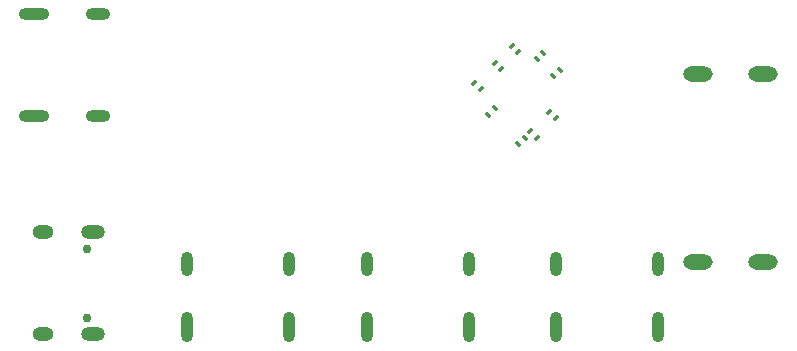
<source format=gbs>
G04 Layer: BottomSolderMaskLayer*
G04 EasyEDA Pro v2.2.24.2, 2024-07-29 14:19:07*
G04 Gerber Generator version 0.3*
G04 Scale: 100 percent, Rotated: No, Reflected: No*
G04 Dimensions in millimeters*
G04 Leading zeros omitted, absolute positions, 3 integers and 5 decimals*
%FSLAX35Y35*%
%MOMM*%
%AMRoundRect*1,1,$1,$2,$3*1,1,$1,$4,$5*1,1,$1,0-$2,0-$3*1,1,$1,0-$4,0-$5*20,1,$1,$2,$3,$4,$5,0*20,1,$1,$4,$5,0-$2,0-$3,0*20,1,$1,0-$2,0-$3,0-$4,0-$5,0*20,1,$1,0-$4,0-$5,$2,$3,0*4,1,4,$2,$3,$4,$5,0-$2,0-$3,0-$4,0-$5,$2,$3,0*%
%ADD10C,0.75*%
%ADD11O,2.0X1.2*%
%ADD12O,1.8X1.2*%
%ADD13O,2.49999X1.3*%
%ADD14O,1.0X2.1*%
%ADD15O,1.0X2.59999*%
%ADD16O,2.1X1.0*%
%ADD17O,2.59999X1.0*%
%ADD18RoundRect,0.126X-0.07071X-0.19375X-0.19375X-0.07071*%
%ADD19RoundRect,0.126X0.07071X0.19375X0.19375X0.07071*%
%ADD20RoundRect,0.126X0.19375X-0.07071X0.07071X-0.19375*%
%ADD21RoundRect,0.126X-0.19375X0.07071X-0.07071X0.19375*%
G75*


G04 Pad Start*
G54D10*
G01X14894970Y-12734975D03*
G01X14894970Y-13314973D03*
G54D11*
G01X14945570Y-12592475D03*
G54D12*
G01X14527571Y-12592475D03*
G54D11*
G01X14945570Y-13457473D03*
G54D12*
G01X14527571Y-13457473D03*
G54D13*
G01X20069960Y-12844974D03*
G01X20069960Y-11254977D03*
G01X20619909Y-12844974D03*
G01X20619909Y-11254977D03*
G54D14*
G01X17267965Y-12861199D03*
G54D15*
G01X17267965Y-13397198D03*
G54D14*
G01X18131964Y-12861199D03*
G54D15*
G01X18131964Y-13397198D03*
G54D14*
G01X18867962Y-12861199D03*
G54D15*
G01X18867962Y-13397198D03*
G54D14*
G01X19731961Y-12861199D03*
G54D15*
G01X19731961Y-13397198D03*
G54D14*
G01X15742969Y-12861199D03*
G54D15*
G01X15742969Y-13397198D03*
G54D14*
G01X16606967Y-12861199D03*
G54D15*
G01X16606967Y-13397198D03*
G54D16*
G01X14985970Y-10742979D03*
G54D17*
G01X14449971Y-10742979D03*
G54D16*
G01X14985970Y-11606977D03*
G54D17*
G01X14449971Y-11606977D03*
G54D18*
G01X18868246Y-11628267D03*
G01X18811678Y-11571698D03*
G54D19*
G01X18176679Y-11326699D03*
G01X18233248Y-11383267D03*
G54D18*
G01X18703247Y-11793266D03*
G01X18646678Y-11736698D03*
G54D19*
G01X18491679Y-11011700D03*
G01X18548247Y-11068268D03*
G54D20*
G01X18898246Y-11216699D03*
G01X18841678Y-11273268D03*
G54D19*
G01X18346679Y-11156699D03*
G01X18403247Y-11213268D03*
G54D20*
G01X18758247Y-11071699D03*
G01X18701678Y-11128268D03*
G54D21*
G01X18546679Y-11848266D03*
G01X18603247Y-11791698D03*
G01X18291679Y-11598267D03*
G01X18348248Y-11541699D03*
G04 Pad End*

M02*


</source>
